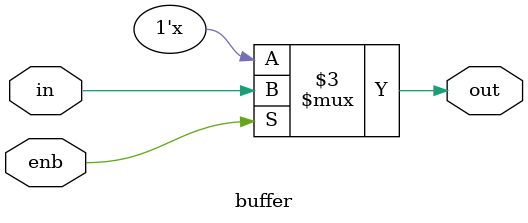
<source format=v>

module buffer(in,enb,out);

input in,enb;
output reg out;

always@(*)
begin
if(enb)
out=in;
else
out=1'bz;
end
endmodule

</source>
